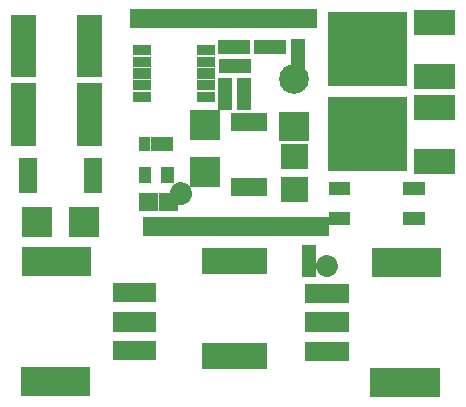
<source format=gbr>
G04 start of page 7 for group -4063 idx -4063 *
G04 Title: bluenodes actor 52832 19, componentmask *
G04 Creator: pcb.exe 20130205 *
G04 CreationDate: 10.05.2017 20:52:52 UTC *
G04 Format: Gerber/RS-274X *
G04 PCB-Dimensions (mil): 1496.06 1299.21 *
G04 PCB-Coordinate-Origin: lower left *
%MOIN*%
%FSLAX25Y25*%
%LNTOPMASK*%
%ADD264R,0.2480X0.2480*%
%ADD263R,0.0830X0.0830*%
%ADD262R,0.0415X0.0415*%
%ADD261R,0.0867X0.0867*%
%ADD260R,0.0651X0.0651*%
%ADD259R,0.0632X0.0632*%
%ADD258C,0.0987*%
%ADD257R,0.0966X0.0966*%
%ADD256C,0.0729*%
%ADD255R,0.0594X0.0594*%
%ADD254R,0.0363X0.0363*%
%ADD253R,0.0423X0.0423*%
%ADD252C,0.0001*%
%ADD251R,0.0475X0.0475*%
%ADD250R,0.0592X0.0592*%
%ADD249R,0.0336X0.0336*%
%ADD248R,0.0830X0.0830*%
G54D248*X5791Y101122D02*Y88524D01*
G54D249*X43877Y116287D02*X46633D01*
G54D248*X27773Y123925D02*Y111327D01*
X5727Y123925D02*Y111327D01*
X27837Y101122D02*Y88524D01*
G54D250*X28819Y77283D02*Y71378D01*
X7165Y77283D02*Y71378D01*
G54D251*X79262Y99335D02*Y98548D01*
X72994Y99320D02*Y98533D01*
G54D249*X65137Y100539D02*X67893D01*
G54D252*G36*
X61169Y80483D02*Y70613D01*
X71039D01*
Y80483D01*
X61169D01*
G37*
G36*
Y96183D02*Y86313D01*
X71039D01*
Y96183D01*
X61169D01*
G37*
G54D253*X46181Y75241D02*Y74041D01*
X53781Y75241D02*Y74041D01*
G54D249*X43877Y112350D02*X46633D01*
X43877Y108413D02*X46633D01*
X43877Y104476D02*X46633D01*
X43877Y100539D02*X46633D01*
G54D254*X53781Y85441D02*Y84241D01*
X49981Y85441D02*Y84241D01*
X46181Y85441D02*Y84241D01*
G54D255*X53702Y65657D02*X54096D01*
X47010D02*X47404D01*
G54D256*X58268Y68504D02*Y68307D01*
G54D257*X10039Y45866D02*X23425D01*
G54D252*G36*
X20933Y63829D02*Y53959D01*
X30803D01*
Y63829D01*
X20933D01*
G37*
G36*
X5233D02*Y53959D01*
X15103D01*
Y63829D01*
X5233D01*
G37*
G54D257*X9646Y5709D02*X23031D01*
G54D251*X72994Y104437D02*Y103650D01*
G54D249*X65137Y104476D02*X67893D01*
X65137Y108413D02*X67893D01*
G54D251*X73161Y110941D02*X73948D01*
X78278D02*X79065D01*
X79262Y104452D02*Y103665D01*
G54D249*X65137Y112350D02*X67893D01*
X65137Y116287D02*X67893D01*
G54D250*X77913Y92244D02*X83819D01*
X77913Y70591D02*X83819D01*
G54D258*X95866Y106448D03*
G54D251*X97207Y117428D02*Y116641D01*
Y112311D02*Y111524D01*
X90120Y117232D02*X90907D01*
X85003D02*X85790D01*
X72994D02*X73781D01*
G54D259*X44331Y126732D02*X100236D01*
G54D251*X78111Y117232D02*X78898D01*
X100787Y48818D02*Y48031D01*
Y43701D02*Y42914D01*
G54D256*X106890Y44291D02*Y44094D01*
G54D257*X126181Y5315D02*X139567D01*
G54D260*X102953Y25591D02*X110827D01*
X102953Y35039D02*X110827D01*
X102953Y15748D02*X110827D01*
G54D257*X126575Y45472D02*X139961D01*
G54D259*X48622Y57283D02*X104528D01*
G54D260*X38780Y35433D02*X46654D01*
G54D261*X69567Y45866D02*X82559D01*
X69567Y14370D02*X82559D01*
G54D260*X38780Y16142D02*X46654D01*
X38780Y25591D02*X46654D01*
G54D262*X134252Y70079D02*X137401D01*
G54D263*X140022Y79189D02*X145522D01*
X140022Y97189D02*X145522D01*
G54D262*X109448Y70079D02*X112598D01*
G54D248*X95538Y80776D02*X96324D01*
X95538Y69754D02*X96324D01*
G54D252*G36*
X90931Y95683D02*Y85813D01*
X100801D01*
Y95683D01*
X90931D01*
G37*
G54D262*X134252Y60079D02*X137401D01*
X109448D02*X112598D01*
G54D263*X139944Y107535D02*X145444D01*
X139944Y125535D02*X145444D01*
G54D264*X119594Y116535D02*X121194D01*
X119672Y88189D02*X121272D01*
M02*

</source>
